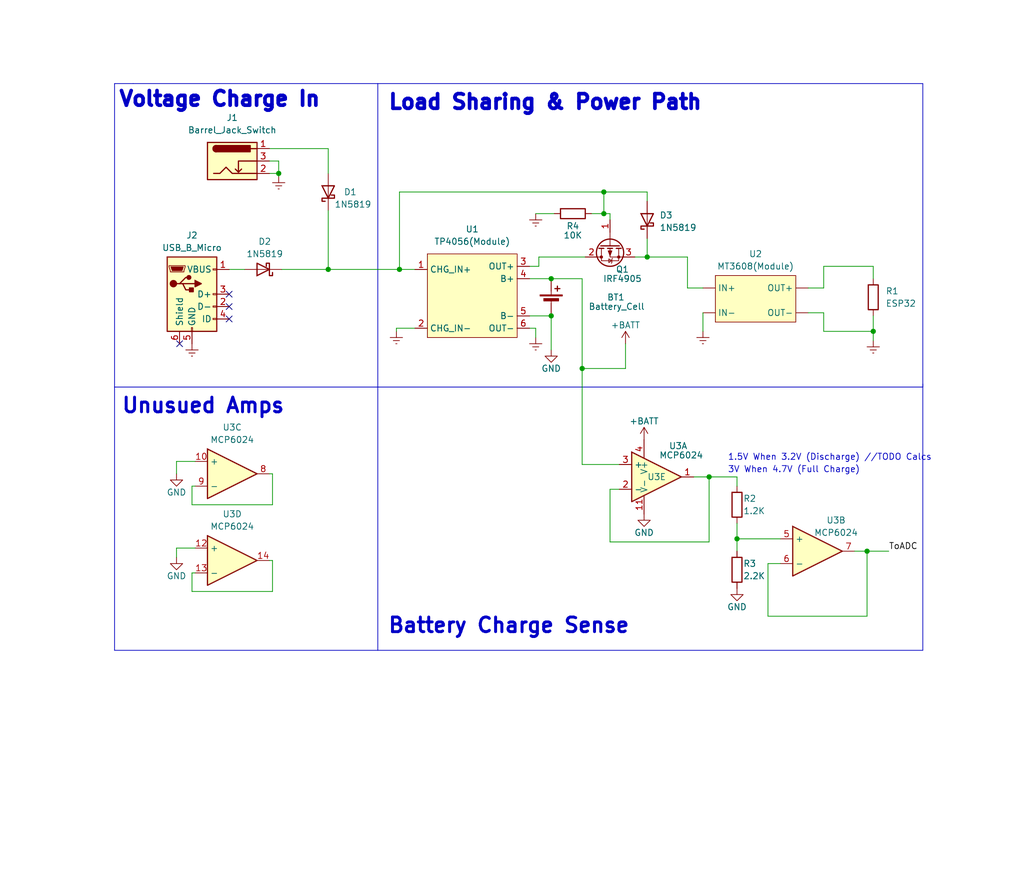
<source format=kicad_sch>
(kicad_sch (version 20230121) (generator eeschema)
  (paper "User" 210.007 180.01)
  (title_block (title "Power Mangment for ESP32") (date "2023-11-02") (rev "A1") (company "Pedro Rojo") (comment 1 "ITM"))
  (lib_symbols
    (symbol "Connector:Barrel_Jack_Switch" (pin_names hide)
      (property "Reference" "J" (at 0 5.334 0))
      (property "Value" "Barrel_Jack_Switch" (at 0 -5.08 0))
      (symbol "Barrel_Jack_Switch_0_1"
        (rectangle (start -5.08 3.81) (end 5.08 -3.81) (stroke (width 0.254)) (fill (type background)))
        (arc (start -3.302 3.175) (mid -3.9343 2.54) (end -3.302 1.905) (stroke (width 0.254)))
        (arc (start -3.302 3.175) (mid -3.9343 2.54) (end -3.302 1.905) (stroke (width 0.254)) (fill (type outline)))
        (polyline (pts (xy 1.27 -2.286) (xy 1.905 -1.651)) (stroke (width 0.254)))
        (polyline (pts (xy 5.08 2.54) (xy 3.81 2.54)) (stroke (width 0.254)))
        (polyline (pts (xy 5.08 0) (xy 1.27 0) (xy 1.27 -2.286) (xy 0.635 -1.651)) (stroke (width 0.254)))
        (polyline (pts (xy -3.81 -2.54) (xy -2.54 -2.54) (xy -1.27 -1.27) (xy 0 -2.54) (xy 2.54 -2.54) (xy 5.08 -2.54)) (stroke (width 0.254)))
        (rectangle (start 3.683 3.175) (end -3.302 1.905) (stroke (width 0.254)) (fill (type outline)))
      )
      (symbol "Barrel_Jack_Switch_1_1"
        (pin passive line (at 7.62 2.54 180) (length 2.54) (name "~") (number "1"))
        (pin passive line (at 7.62 -2.54 180) (length 2.54) (name "~") (number "2"))
        (pin passive line (at 7.62 0 180) (length 2.54) (name "~") (number "3"))
      )
    )
    (symbol "Connector:USB_B_Micro" (pin_names (offset 1.016))
      (property "Reference" "J" (at -5.08 11.43 0))
      (property "Value" "USB_B_Micro" (at -5.08 8.89 0))
      (symbol "USB_B_Micro_0_1"
        (rectangle (start -5.08 -7.62) (end 5.08 7.62) (stroke (width 0.254)) (fill (type background)))
        (circle (center -3.81 2.159) (radius 0.635) (stroke (width 0.254)) (fill (type outline)))
        (circle (center -0.635 3.429) (radius 0.381) (stroke (width 0.254)) (fill (type outline)))
        (rectangle (start -0.127 -7.62) (end 0.127 -6.858))
        (polyline (pts (xy -1.905 2.159) (xy 0.635 2.159)) (stroke (width 0.254)))
        (polyline (pts (xy -3.175 2.159) (xy -2.54 2.159) (xy -1.27 3.429) (xy -0.635 3.429)) (stroke (width 0.254)))
        (polyline (pts (xy -2.54 2.159) (xy -1.905 2.159) (xy -1.27 0.889) (xy 0 0.889)) (stroke (width 0.254)))
        (polyline (pts (xy 0.635 2.794) (xy 0.635 1.524) (xy 1.905 2.159) (xy 0.635 2.794)) (stroke (width 0.254)) (fill (type outline)))
        (polyline (pts (xy -4.318 5.588) (xy -1.778 5.588) (xy -2.032 4.826) (xy -4.064 4.826) (xy -4.318 5.588)) (fill (type outline)))
        (polyline (pts (xy -4.699 5.842) (xy -4.699 5.588) (xy -4.445 4.826) (xy -4.445 4.572) (xy -1.651 4.572) (xy -1.651 4.826) (xy -1.397 5.588) (xy -1.397 5.842) (xy -4.699 5.842)))
        (rectangle (start 0.254 1.27) (end -0.508 0.508) (stroke (width 0.254)) (fill (type outline)))
        (rectangle (start 5.08 -5.207) (end 4.318 -4.953))
        (rectangle (start 5.08 -2.667) (end 4.318 -2.413))
        (rectangle (start 5.08 -0.127) (end 4.318 0.127))
        (rectangle (start 5.08 4.953) (end 4.318 5.207))
      )
      (symbol "USB_B_Micro_1_1"
        (pin power_out line (at 7.62 5.08 180) (length 2.54) (name "VBUS") (number "1"))
        (pin bidirectional line (at 7.62 -2.54 180) (length 2.54) (name "D-") (number "2"))
        (pin bidirectional line (at 7.62 0 180) (length 2.54) (name "D+") (number "3"))
        (pin passive line (at 7.62 -5.08 180) (length 2.54) (name "ID") (number "4"))
        (pin power_out line (at 0 -10.16 90) (length 2.54) (name "GND") (number "5"))
        (pin passive line (at -2.54 -10.16 90) (length 2.54) (name "Shield") (number "6"))
      )
    )
    (symbol "Device:Battery_Cell" (pin_numbers hide) (pin_names (offset 0) hide)
      (property "Reference" "BT" (at 2.54 2.54 0))
      (property "Value" "Battery_Cell" (at 2.54 0 0))
      (symbol "Battery_Cell_0_1"
        (rectangle (start -2.286 1.778) (end 2.286 1.524) (fill (type outline)))
        (rectangle (start -1.524 1.016) (end 1.524 0.508) (fill (type outline)))
        (polyline (pts (xy 0 0.762) (xy 0 0)))
        (polyline (pts (xy 0 1.778) (xy 0 2.54)))
        (polyline (pts (xy 0.762 3.048) (xy 1.778 3.048)) (stroke (width 0.254)))
        (polyline (pts (xy 1.27 3.556) (xy 1.27 2.54)) (stroke (width 0.254)))
      )
      (symbol "Battery_Cell_1_1"
        (pin passive line (at 0 5.08 270) (length 2.54) (name "+") (number "1"))
        (pin passive line (at 0 -2.54 90) (length 2.54) (name "-") (number "2"))
      )
    )
    (symbol "Device:Opamp_Quad"
      (property "Reference" "U" (at 0 5.08 0))
      (property "Value" "Opamp_Quad" (at 0 -5.08 0))
      (symbol "Opamp_Quad_1_1"
        (polyline (pts (xy -5.08 5.08) (xy 5.08 0) (xy -5.08 -5.08) (xy -5.08 5.08)) (stroke (width 0.254)) (fill (type background)))
        (pin output line (at 7.62 0 180) (length 2.54) (name "~") (number "1"))
        (pin input line (at -7.62 -2.54 0) (length 2.54) (name "-") (number "2"))
        (pin input line (at -7.62 2.54 0) (length 2.54) (name "+") (number "3"))
      )
      (symbol "Opamp_Quad_2_1"
        (polyline (pts (xy -5.08 5.08) (xy 5.08 0) (xy -5.08 -5.08) (xy -5.08 5.08)) (stroke (width 0.254)) (fill (type background)))
        (pin input line (at -7.62 2.54 0) (length 2.54) (name "+") (number "5"))
        (pin input line (at -7.62 -2.54 0) (length 2.54) (name "-") (number "6"))
        (pin output line (at 7.62 0 180) (length 2.54) (name "~") (number "7"))
      )
      (symbol "Opamp_Quad_3_1"
        (polyline (pts (xy -5.08 5.08) (xy 5.08 0) (xy -5.08 -5.08) (xy -5.08 5.08)) (stroke (width 0.254)) (fill (type background)))
        (pin input line (at -7.62 2.54 0) (length 2.54) (name "+") (number "10"))
        (pin output line (at 7.62 0 180) (length 2.54) (name "~") (number "8"))
        (pin input line (at -7.62 -2.54 0) (length 2.54) (name "-") (number "9"))
      )
      (symbol "Opamp_Quad_4_1"
        (polyline (pts (xy -5.08 5.08) (xy 5.08 0) (xy -5.08 -5.08) (xy -5.08 5.08)) (stroke (width 0.254)) (fill (type background)))
        (pin input line (at -7.62 2.54 0) (length 2.54) (name "+") (number "12"))
        (pin input line (at -7.62 -2.54 0) (length 2.54) (name "-") (number "13"))
        (pin output line (at 7.62 0 180) (length 2.54) (name "~") (number "14"))
      )
      (symbol "Opamp_Quad_5_1"
        (pin power_in line (at -2.54 -7.62 90) (length 3.81) (name "V-") (number "11"))
        (pin power_in line (at -2.54 7.62 270) (length 3.81) (name "V+") (number "4"))
      )
    )
    (symbol "Device:R" (pin_numbers hide) (pin_names (offset 0))
      (property "Reference" "R" (at 2.032 0 90))
      (property "Value" "R" (at 0 0 90))
      (symbol "R_0_1"
        (rectangle (start -1.016 -2.54) (end 1.016 2.54) (stroke (width 0.254)))
      )
      (symbol "R_1_1"
        (pin passive line (at 0 3.81 270) (length 1.27) (name "~") (number "1"))
        (pin passive line (at 0 -3.81 90) (length 1.27) (name "~") (number "2"))
      )
    )
    (symbol "Diode:1N5819" (pin_numbers hide) (pin_names (offset 1.016) hide)
      (property "Reference" "D" (at 0 2.54 0))
      (property "Value" "1N5819" (at 0 -2.54 0))
      (symbol "1N5819_0_1"
        (polyline (pts (xy 1.27 0) (xy -1.27 0)))
        (polyline (pts (xy 1.27 1.27) (xy 1.27 -1.27) (xy -1.27 0) (xy 1.27 1.27)) (stroke (width 0.254)))
        (polyline (pts (xy -1.905 0.635) (xy -1.905 1.27) (xy -1.27 1.27) (xy -1.27 -1.27) (xy -0.635 -1.27) (xy -0.635 -0.635)) (stroke (width 0.254)))
      )
      (symbol "1N5819_1_1"
        (pin passive line (at -3.81 0 0) (length 2.54) (name "K") (number "1"))
        (pin passive line (at 3.81 0 180) (length 2.54) (name "A") (number "2"))
      )
    )
    (symbol "Modulos:MT3608(Module)"
      (property "Reference" "U" (at 0 8.89 0))
      (property "Value" "MT3608(Module)" (at 0.635 6.35 0))
      (symbol "MT3608(Module)_1_1"
        (rectangle (start -8.255 4.445) (end 8.255 -5.08) (fill (type background)))
        (pin power_in line (at -10.795 1.905 0) (length 2.54) (name "IN+") (number ""))
        (pin power_in line (at -10.795 -3.175 0) (length 2.54) (name "IN-") (number ""))
        (pin power_in line (at 10.795 1.905 180) (length 2.54) (name "OUT+") (number ""))
        (pin power_in line (at 10.795 -3.175 180) (length 2.54) (name "OUT-") (number ""))
      )
    )
    (symbol "Modulos:TP4056(Module)"
      (property "Reference" "U" (at 0 12.7 0))
      (property "Value" "TP4056(Module)" (at -0.635 10.16 0))
      (symbol "TP4056(Module)_1_1"
        (rectangle (start -9.525 8.89) (end 8.89 -8.255) (fill (type background)))
        (pin power_in line (at -12.065 5.715 0) (length 2.54) (name "CHG_IN+") (number "1"))
        (pin power_in line (at -12.065 -6.35 0) (length 2.54) (name "CHG_IN-") (number "2"))
        (pin power_out line (at 11.43 6.35 180) (length 2.54) (name "OUT+") (number "3"))
        (pin power_in line (at 11.43 3.81 180) (length 2.54) (name "B+") (number "4"))
        (pin power_in line (at 11.43 -3.81 180) (length 2.54) (name "B-") (number "5"))
        (pin power_out line (at 11.43 -6.35 180) (length 2.54) (name "OUT-") (number "6"))
      )
    )
    (symbol "Transistor_FET:IRF4905" (pin_names hide)
      (property "Reference" "Q" (at 5.08 1.905 0))
      (property "Value" "IRF4905" (at 5.08 0 0))
      (symbol "IRF4905_0_1"
        (polyline (pts (xy 0.254 0) (xy -2.54 0)))
        (polyline (pts (xy 0.254 1.905) (xy 0.254 -1.905)) (stroke (width 0.254)))
        (polyline (pts (xy 0.762 -1.27) (xy 0.762 -2.286)) (stroke (width 0.254)))
        (polyline (pts (xy 0.762 0.508) (xy 0.762 -0.508)) (stroke (width 0.254)))
        (polyline (pts (xy 0.762 2.286) (xy 0.762 1.27)) (stroke (width 0.254)))
        (polyline (pts (xy 2.54 2.54) (xy 2.54 1.778)))
        (polyline (pts (xy 2.54 -2.54) (xy 2.54 0) (xy 0.762 0)))
        (polyline (pts (xy 0.762 1.778) (xy 3.302 1.778) (xy 3.302 -1.778) (xy 0.762 -1.778)))
        (polyline (pts (xy 2.286 0) (xy 1.27 0.381) (xy 1.27 -0.381) (xy 2.286 0)) (fill (type outline)))
        (polyline (pts (xy 2.794 -0.508) (xy 2.921 -0.381) (xy 3.683 -0.381) (xy 3.81 -0.254)))
        (polyline (pts (xy 3.302 -0.381) (xy 2.921 0.254) (xy 3.683 0.254) (xy 3.302 -0.381)))
        (circle (center 1.651 0) (radius 2.794) (stroke (width 0.254)))
        (circle (center 2.54 -1.778) (radius 0.254) (fill (type outline)))
        (circle (center 2.54 1.778) (radius 0.254) (fill (type outline)))
      )
      (symbol "IRF4905_1_1"
        (pin input line (at -5.08 0 0) (length 2.54) (name "G") (number "1"))
        (pin passive line (at 2.54 5.08 270) (length 2.54) (name "D") (number "2"))
        (pin passive line (at 2.54 -5.08 90) (length 2.54) (name "S") (number "3"))
      )
    )
    (symbol "power:+BATT" (power) (pin_names (offset 0))
      (property "Value" "+BATT" (at 0 3.556 0))
      (symbol "+BATT_0_1"
        (polyline (pts (xy -0.762 1.27) (xy 0 2.54)))
        (polyline (pts (xy 0 0) (xy 0 2.54)))
        (polyline (pts (xy 0 2.54) (xy 0.762 1.27)))
      )
      (symbol "+BATT_1_1"
        (pin power_in line (at 0 0 90) (length 0) hide (name "+BATT") (number "1"))
      )
    )
    (symbol "power:Earth" (power) (pin_names (offset 0))
      (symbol "Earth_0_1"
        (polyline (pts (xy -0.635 -1.905) (xy 0.635 -1.905)))
        (polyline (pts (xy -0.127 -2.54) (xy 0.127 -2.54)))
        (polyline (pts (xy 0 -1.27) (xy 0 0)))
        (polyline (pts (xy 1.27 -1.27) (xy -1.27 -1.27)))
      )
      (symbol "Earth_1_1"
        (pin power_in line (at 0 0 270) (length 0) hide (name "Earth") (number "1"))
      )
    )
    (symbol "power:GND" (power) (pin_names (offset 0))
      (property "Value" "GND" (at 0 -3.81 0))
      (symbol "GND_0_1"
        (polyline (pts (xy 0 0) (xy 0 -1.27) (xy 1.27 -1.27) (xy 0 -2.54) (xy -1.27 -1.27) (xy 0 -1.27)))
      )
      (symbol "GND_1_1"
        (pin power_in line (at 0 0 270) (length 0) hide (name "GND") (number "1"))
      )
    )
  )
  (junction (at 145.415 97.79))
  (junction (at 113.03 64.77))
  (junction (at 179.07 67.945))
  (junction (at 177.8 113.03))
  (junction (at 81.915 55.245))
  (junction (at 123.825 43.815))
  (junction (at 151.13 110.49))
  (junction (at 123.825 39.37))
  (junction (at 113.03 57.15))
  (junction (at 132.715 52.705))
  (junction (at 119.38 75.565))
  (junction (at 57.15 35.56))
  (junction (at 67.31 55.245))
  (no_connect (at 46.99 60.325))
  (no_connect (at 36.83 70.485))
  (no_connect (at 46.99 62.865))
  (no_connect (at 46.99 65.405))
  (wire (pts (xy 157.48 115.57) (xy 157.48 126.365)))
  (wire (pts (xy 132.715 39.37) (xy 123.825 39.37)))
  (wire (pts (xy 113.03 71.755) (xy 113.03 64.77)))
  (polyline (pts (xy 77.47 133.35) (xy 189.23 133.35)))
  (wire (pts (xy 123.825 39.37) (xy 123.825 43.815)))
  (wire (pts (xy 151.13 99.695) (xy 151.13 97.79)))
  (wire (pts (xy 46.99 55.245) (xy 50.165 55.245)))
  (wire (pts (xy 39.37 103.505) (xy 55.88 103.505)))
  (polyline (pts (xy 23.495 133.35) (xy 77.47 133.35)))
  (wire (pts (xy 168.91 59.055) (xy 168.91 54.61)))
  (wire (pts (xy 55.88 97.155) (xy 55.245 97.155)))
  (wire (pts (xy 140.97 59.055) (xy 140.97 52.705)))
  (wire (pts (xy 151.13 110.49) (xy 160.02 110.49)))
  (wire (pts (xy 177.8 126.365) (xy 177.8 113.03)))
  (wire (pts (xy 144.145 67.945) (xy 144.145 64.135)))
  (wire (pts (xy 165.735 64.135) (xy 168.91 64.135)))
  (polyline (pts (xy 77.47 79.375) (xy 23.495 79.375)))
  (wire (pts (xy 39.37 99.695) (xy 40.005 99.695)))
  (wire (pts (xy 157.48 126.365) (xy 177.8 126.365)))
  (wire (pts (xy 140.97 52.705) (xy 132.715 52.705)))
  (wire (pts (xy 177.8 113.03) (xy 182.245 113.03)))
  (wire (pts (xy 36.195 112.395) (xy 36.195 114.3)))
  (wire (pts (xy 125.095 45.085) (xy 125.095 43.815)))
  (wire (pts (xy 67.31 43.18) (xy 67.31 55.245)))
  (wire (pts (xy 81.915 39.37) (xy 123.825 39.37)))
  (wire (pts (xy 168.91 64.135) (xy 168.91 67.945)))
  (wire (pts (xy 108.585 64.77) (xy 113.03 64.77)))
  (wire (pts (xy 55.245 30.48) (xy 67.31 30.48)))
  (wire (pts (xy 179.07 54.61) (xy 179.07 57.15)))
  (wire (pts (xy 119.38 75.565) (xy 128.27 75.565)))
  (wire (pts (xy 132.715 48.895) (xy 132.715 52.705)))
  (wire (pts (xy 128.27 70.485) (xy 128.27 75.565)))
  (wire (pts (xy 108.585 57.15) (xy 113.03 57.15)))
  (wire (pts (xy 119.38 57.15) (xy 113.03 57.15)))
  (wire (pts (xy 160.02 115.57) (xy 157.48 115.57)))
  (wire (pts (xy 39.37 99.695) (xy 39.37 103.505)))
  (wire (pts (xy 127 100.33) (xy 125.095 100.33)))
  (wire (pts (xy 125.095 43.815) (xy 123.825 43.815)))
  (wire (pts (xy 151.13 97.79) (xy 145.415 97.79)))
  (wire (pts (xy 57.15 36.195) (xy 57.15 35.56)))
  (wire (pts (xy 119.38 75.565) (xy 119.38 95.25)))
  (wire (pts (xy 85.09 67.31) (xy 81.28 67.31)))
  (wire (pts (xy 179.07 67.945) (xy 179.07 64.77)))
  (wire (pts (xy 123.825 43.815) (xy 121.285 43.815)))
  (wire (pts (xy 40.005 94.615) (xy 36.195 94.615)))
  (wire (pts (xy 55.245 33.02) (xy 57.15 33.02)))
  (wire (pts (xy 168.91 54.61) (xy 179.07 54.61)))
  (wire (pts (xy 108.585 67.31) (xy 109.855 67.31)))
  (wire (pts (xy 132.715 39.37) (xy 132.715 41.275)))
  (wire (pts (xy 55.88 114.935) (xy 55.245 114.935)))
  (wire (pts (xy 40.005 112.395) (xy 36.195 112.395)))
  (wire (pts (xy 40.005 117.475) (xy 39.37 117.475)))
  (wire (pts (xy 179.07 69.85) (xy 179.07 67.945)))
  (wire (pts (xy 120.015 52.705) (xy 110.49 52.705)))
  (wire (pts (xy 81.915 55.245) (xy 85.09 55.245)))
  (polyline (pts (xy 27.305 17.145) (xy 77.47 17.145)))
  (wire (pts (xy 81.915 55.245) (xy 81.915 39.37)))
  (wire (pts (xy 119.38 95.25) (xy 127 95.25)))
  (wire (pts (xy 39.37 121.285) (xy 55.88 121.285)))
  (polyline (pts (xy 77.47 17.145) (xy 189.23 17.145)))
  (wire (pts (xy 145.415 111.125) (xy 145.415 97.79)))
  (polyline (pts (xy 189.23 17.145) (xy 189.23 79.375)))
  (wire (pts (xy 110.49 52.705) (xy 110.49 54.61)))
  (wire (pts (xy 151.13 110.49) (xy 151.13 113.03)))
  (wire (pts (xy 151.13 107.315) (xy 151.13 110.49)))
  (wire (pts (xy 55.88 121.285) (xy 55.88 114.935)))
  (wire (pts (xy 144.145 59.055) (xy 140.97 59.055)))
  (wire (pts (xy 165.735 59.055) (xy 168.91 59.055)))
  (wire (pts (xy 125.095 111.125) (xy 145.415 111.125)))
  (wire (pts (xy 109.855 43.815) (xy 113.665 43.815)))
  (wire (pts (xy 55.88 103.505) (xy 55.88 97.155)))
  (wire (pts (xy 132.715 52.705) (xy 130.175 52.705)))
  (wire (pts (xy 39.37 117.475) (xy 39.37 121.285)))
  (polyline (pts (xy 23.495 17.145) (xy 27.305 17.145)))
  (polyline (pts (xy 77.47 17.145) (xy 77.47 79.375)))
  (wire (pts (xy 57.15 33.02) (xy 57.15 35.56)))
  (wire (pts (xy 177.8 113.03) (xy 175.26 113.03)))
  (polyline (pts (xy 77.47 79.375) (xy 77.47 133.35)))
  (wire (pts (xy 109.855 69.215) (xy 109.855 67.31)))
  (wire (pts (xy 81.28 67.31) (xy 81.28 67.945)))
  (wire (pts (xy 168.91 67.945) (xy 179.07 67.945)))
  (wire (pts (xy 67.31 30.48) (xy 67.31 35.56)))
  (polyline (pts (xy 189.23 79.375) (xy 77.47 79.375)))
  (wire (pts (xy 36.195 94.615) (xy 36.195 97.155)))
  (wire (pts (xy 67.31 55.245) (xy 81.915 55.245)))
  (wire (pts (xy 57.785 55.245) (xy 67.31 55.245)))
  (polyline (pts (xy 23.495 79.375) (xy 23.495 17.145)))
  (wire (pts (xy 145.415 97.79) (xy 142.24 97.79)))
  (wire (pts (xy 110.49 54.61) (xy 108.585 54.61)))
  (polyline (pts (xy 189.23 133.35) (xy 189.23 78.74)))
  (wire (pts (xy 119.38 57.15) (xy 119.38 75.565)))
  (wire (pts (xy 125.095 100.33) (xy 125.095 111.125)))
  (polyline (pts (xy 23.495 79.375) (xy 23.495 133.35)))
  (wire (pts (xy 57.15 35.56) (xy 55.245 35.56)))
  (text "3V When 4.7V (Full Charge)" (at 149.225 97.155 0) (effects (font (size 1.27 1.27)) (justify left bottom)))
  (text "Load Sharing & Power Path" (at 79.375 22.86 0) (effects (font (size 3 3) (thickness 1) bold) (justify left bottom)))
  (text "1.5V When 3.2V (Discharge) //TODO Calcs" (at 149.225 94.615 0) (effects (font (size 1.27 1.27)) (justify left bottom)))
  (text "Unusued Amps" (at 24.765 85.09 0) (effects (font (size 3 3) (thickness 0.6) bold) (justify left bottom)))
  (text "Battery Charge Sense" (at 79.375 130.175 0) (effects (font (size 3 3) (thickness 0.6) bold) (justify left bottom)))
  (text "Voltage Charge In" (at 24.13 22.225 0) (effects (font (size 3 3) (thickness 0.8) bold) (justify left bottom)))
  (label "ToADC" (at 182.245 113.03 0))
  (symbol (lib_id "Diode:1N5819") (at 132.715 45.085 90) (unit 1)
    (property "Reference" "D3" (at 135.255 44.1325 90) (effects (justify right)))
    (property "Value" "1N5819" (at 135.255 46.6725 90) (effects (justify right)))
    (property "Footprint" "Diode_THT:D_DO-41_SOD81_P10.16mm_Horizontal" (effects hide))
    (property "Datasheet" "http://www.vishay.com/docs/88525/1n5817.pdf" (effects hide))
  )
  (symbol (lib_id "power:Earth") (at 81.28 67.945 0) (unit 1)
    (property "Reference" "#PWR02" (effects hide))
    (property "Value" "Earth" (effects hide))
  )
  (symbol (lib_id "Diode:1N5819") (at 53.975 55.245 180) (unit 1)
    (property "Reference" "D2" (at 54.2925 49.53 0))
    (property "Value" "1N5819" (at 54.2925 52.07 0))
    (property "Footprint" "Diode_THT:D_DO-41_SOD81_P10.16mm_Horizontal" (effects hide))
    (property "Datasheet" "http://www.vishay.com/docs/88525/1n5817.pdf" (effects hide))
  )
  (symbol (lib_id "power:GND") (at 132.08 105.41 0) (unit 1)
    (property "Reference" "#PWR010" (effects hide))
    (property "Value" "GND" (at 132.08 109.22 0))
  )
  (symbol (lib_id "Device:Opamp_Quad") (at 167.64 113.03 0) (unit 2)
    (property "Reference" "U3" (at 171.45 106.68 0))
    (property "Value" "MCP6024" (at 171.45 109.22 0))
  )
  (symbol (lib_id "power:+BATT") (at 128.27 70.485 0) (unit 1)
    (property "Reference" "#PWR09" (effects hide))
    (property "Value" "+BATT" (at 128.27 66.675 0))
  )
  (symbol (lib_id "power:Earth") (at 39.37 70.485 0) (unit 1)
    (property "Reference" "#PWR01" (effects hide))
    (property "Value" "Earth" (effects hide))
  )
  (symbol (lib_id "power:GND") (at 113.03 71.755 0) (unit 1)
    (property "Reference" "#PWR06" (effects hide))
    (property "Value" "GND" (at 113.03 75.565 0))
  )
  (symbol (lib_id "power:Earth") (at 109.855 43.815 0) (unit 1)
    (property "Reference" "#PWR012" (effects hide))
    (property "Value" "Earth" (effects hide))
  )
  (symbol (lib_id "power:+BATT") (at 132.08 90.17 0) (unit 1)
    (property "Reference" "#PWR011" (effects hide))
    (property "Value" "+BATT" (at 132.08 86.36 0))
  )
  (symbol (lib_id "power:Earth") (at 179.07 69.85 0) (unit 1)
    (property "Reference" "#PWR08" (effects hide))
    (property "Value" "Earth" (effects hide))
  )
  (symbol (lib_id "Connector:USB_B_Micro") (at 39.37 60.325 0) (unit 1)
    (property "Reference" "J2" (at 39.37 48.26 0))
    (property "Value" "USB_B_Micro" (at 39.37 50.8 0))
  )
  (symbol (lib_id "Device:Opamp_Quad") (at 134.62 97.79 0) (unit 5)
    (property "Reference" "U3" (at 132.715 97.79 0) (effects (justify left)))
    (property "Value" "MCP6024" (effects hide))
  )
  (symbol (lib_id "power:GND") (at 151.13 120.65 0) (unit 1)
    (property "Reference" "#PWR07" (effects hide))
    (property "Value" "GND" (at 151.13 124.46 0))
  )
  (symbol (lib_id "power:Earth") (at 144.145 67.945 0) (unit 1)
    (property "Reference" "#PWR05" (effects hide))
    (property "Value" "Earth" (effects hide))
  )
  (symbol (lib_id "Device:Opamp_Quad") (at 47.625 114.935 0) (unit 4)
    (property "Reference" "U3" (at 47.625 105.41 0))
    (property "Value" "MCP6024" (at 47.625 107.95 0))
  )
  (symbol (lib_id "Device:Opamp_Quad") (at 134.62 97.79 0) (unit 1)
    (property "Reference" "U3" (at 139.065 91.44 0))
    (property "Value" "MCP6024" (at 139.7 93.345 0))
  )
  (symbol (lib_id "Device:R") (at 151.13 103.505 0) (unit 1)
    (property "Reference" "R2" (at 152.4 102.235 0) (effects (justify left)))
    (property "Value" "1.2K" (at 152.4 104.775 0) (effects (justify left)))
  )
  (symbol (lib_id "power:GND") (at 36.195 114.3 0) (unit 1)
    (property "Reference" "#PWR014" (effects hide))
    (property "Value" "GND" (at 36.195 118.11 0))
  )
  (symbol (lib_id "Transistor_FET:IRF4905") (at 125.095 50.165 90) (mirror x) (unit 1)
    (property "Reference" "Q1" (at 127.635 55.245 90))
    (property "Value" "IRF4905" (at 127.635 57.15 90))
    (property "Footprint" "Package_TO_SOT_THT:TO-220-3_Vertical" (effects hide))
    (property "Datasheet" "http://www.infineon.com/dgdl/irf4905.pdf?fileId=5546d462533600a4015355e32165197c" (effects hide))
  )
  (symbol (lib_id "Connector:Barrel_Jack_Switch") (at 47.625 33.02 0) (unit 1)
    (property "Reference" "J1" (at 47.625 24.13 0))
    (property "Value" "Barrel_Jack_Switch" (at 47.625 26.67 0))
  )
  (symbol (lib_id "power:GND") (at 36.195 97.155 0) (unit 1)
    (property "Reference" "#PWR013" (effects hide))
    (property "Value" "GND" (at 36.195 100.965 0))
  )
  (symbol (lib_id "Modulos:TP4056(Module)") (at 97.155 60.96 0) (unit 1)
    (property "Reference" "U1" (at 96.8375 46.99 0))
    (property "Value" "TP4056(Module)" (at 96.8375 49.53 0))
  )
  (symbol (lib_id "Device:R") (at 179.07 60.96 0) (unit 1)
    (property "Reference" "R1" (at 181.61 59.69 0) (effects (justify left)))
    (property "Value" "ESP32" (at 181.61 62.23 0) (effects (justify left)))
  )
  (symbol (lib_id "Device:R") (at 151.13 116.84 0) (unit 1)
    (property "Reference" "R3" (at 152.4 115.57 0) (effects (justify left)))
    (property "Value" "2.2K" (at 152.4 118.11 0) (effects (justify left)))
  )
  (symbol (lib_id "power:Earth") (at 57.15 36.195 0) (unit 1)
    (property "Reference" "#PWR03" (effects hide))
    (property "Value" "Earth" (effects hide))
  )
  (symbol (lib_id "Device:Battery_Cell") (at 113.03 62.23 0) (unit 1)
    (property "Reference" "BT1" (at 124.46 60.96 0) (effects (justify left)))
    (property "Value" "Battery_Cell" (at 120.65 62.865 0) (effects (justify left)))
  )
  (symbol (lib_id "Diode:1N5819") (at 67.31 39.37 90) (unit 1)
    (property "Reference" "D1" (at 70.485 39.37 90) (effects (justify right)))
    (property "Value" "1N5819" (at 68.58 41.91 90) (effects (justify right)))
    (property "Footprint" "Diode_THT:D_DO-41_SOD81_P10.16mm_Horizontal" (effects hide))
    (property "Datasheet" "http://www.vishay.com/docs/88525/1n5817.pdf" (effects hide))
  )
  (symbol (lib_id "Modulos:MT3608(Module)") (at 154.94 60.96 0) (unit 1)
    (property "Reference" "U2" (at 154.94 52.07 0))
    (property "Value" "MT3608(Module)" (at 154.94 54.61 0))
  )
  (symbol (lib_id "Device:Opamp_Quad") (at 47.625 97.155 0) (unit 3)
    (property "Reference" "U3" (at 47.625 87.63 0))
    (property "Value" "MCP6024" (at 47.625 90.17 0))
  )
  (symbol (lib_id "Device:R") (at 117.475 43.815 90) (unit 1)
    (property "Reference" "R4" (at 117.475 46.355 90))
    (property "Value" "10K" (at 117.475 48.26 90))
  )
  (symbol (lib_id "power:Earth") (at 109.855 69.215 0) (unit 1)
    (property "Reference" "#PWR04" (effects hide))
    (property "Value" "Earth" (effects hide))
  )
)
</source>
